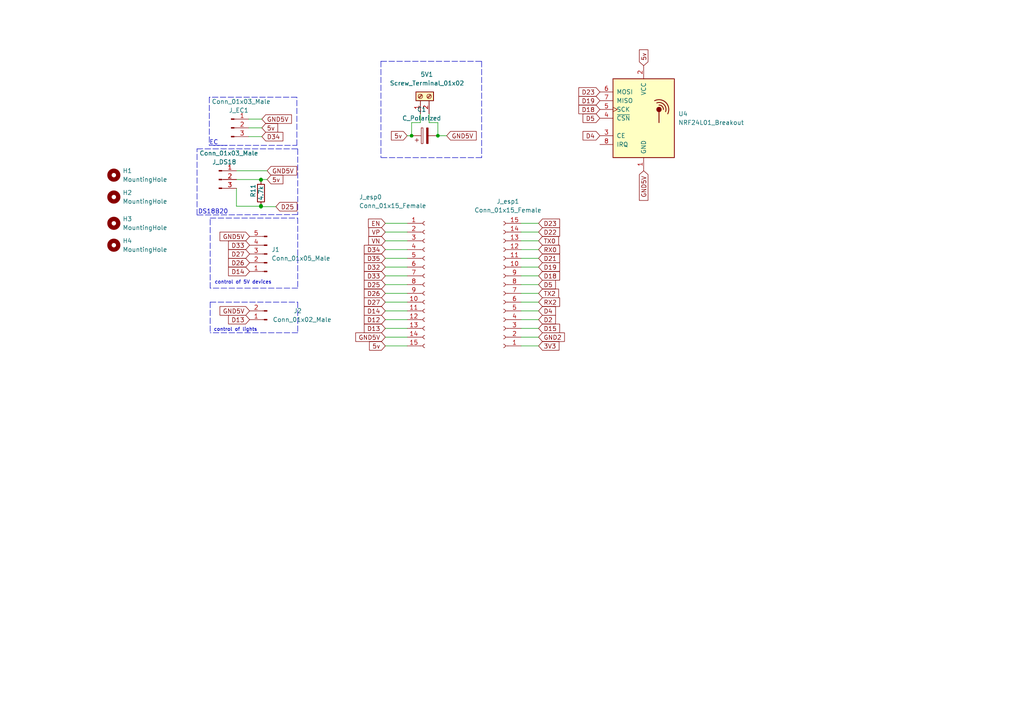
<source format=kicad_sch>
(kicad_sch (version 20211123) (generator eeschema)
  (paper "A4")
  (lib_symbols
    (symbol "Connector:Conn_01x02_Male" (pin_names (offset 1.016) hide)
      (property "Reference" "J" (at 0 2.54 0))
      (property "Value" "Conn_01x02_Male" (at 0 -5.08 0))
      (symbol "Conn_01x02_Male_1_1"
        (polyline (pts (xy 1.27 -2.54) (xy 0.8636 -2.54)) (stroke (width 0.1524)))
        (polyline (pts (xy 1.27 0) (xy 0.8636 0)) (stroke (width 0.1524)))
        (rectangle (start 0.8636 -2.413) (end 0 -2.667) (stroke (width 0.1524)) (fill (type outline)))
        (rectangle (start 0.8636 0.127) (end 0 -0.127) (stroke (width 0.1524)) (fill (type outline)))
        (pin passive line (at 5.08 0 180) (length 3.81) (name "Pin_1") (number "1"))
        (pin passive line (at 5.08 -2.54 180) (length 3.81) (name "Pin_2") (number "2"))
      )
    )
    (symbol "Connector:Conn_01x03_Male" (pin_names (offset 1.016) hide)
      (property "Reference" "J" (at 0 5.08 0))
      (property "Value" "Conn_01x03_Male" (at 0 -5.08 0))
      (symbol "Conn_01x03_Male_1_1"
        (polyline (pts (xy 1.27 -2.54) (xy 0.8636 -2.54)) (stroke (width 0.1524)))
        (polyline (pts (xy 1.27 0) (xy 0.8636 0)) (stroke (width 0.1524)))
        (polyline (pts (xy 1.27 2.54) (xy 0.8636 2.54)) (stroke (width 0.1524)))
        (rectangle (start 0.8636 -2.413) (end 0 -2.667) (stroke (width 0.1524)) (fill (type outline)))
        (rectangle (start 0.8636 0.127) (end 0 -0.127) (stroke (width 0.1524)) (fill (type outline)))
        (rectangle (start 0.8636 2.667) (end 0 2.413) (stroke (width 0.1524)) (fill (type outline)))
        (pin passive line (at 5.08 2.54 180) (length 3.81) (name "Pin_1") (number "1"))
        (pin passive line (at 5.08 0 180) (length 3.81) (name "Pin_2") (number "2"))
        (pin passive line (at 5.08 -2.54 180) (length 3.81) (name "Pin_3") (number "3"))
      )
    )
    (symbol "Connector:Conn_01x05_Male" (pin_names (offset 1.016) hide)
      (property "Reference" "J" (at 0 7.62 0))
      (property "Value" "Conn_01x05_Male" (at 0 -7.62 0))
      (symbol "Conn_01x05_Male_1_1"
        (polyline (pts (xy 1.27 -5.08) (xy 0.8636 -5.08)) (stroke (width 0.1524)))
        (polyline (pts (xy 1.27 -2.54) (xy 0.8636 -2.54)) (stroke (width 0.1524)))
        (polyline (pts (xy 1.27 0) (xy 0.8636 0)) (stroke (width 0.1524)))
        (polyline (pts (xy 1.27 2.54) (xy 0.8636 2.54)) (stroke (width 0.1524)))
        (polyline (pts (xy 1.27 5.08) (xy 0.8636 5.08)) (stroke (width 0.1524)))
        (rectangle (start 0.8636 -4.953) (end 0 -5.207) (stroke (width 0.1524)) (fill (type outline)))
        (rectangle (start 0.8636 -2.413) (end 0 -2.667) (stroke (width 0.1524)) (fill (type outline)))
        (rectangle (start 0.8636 0.127) (end 0 -0.127) (stroke (width 0.1524)) (fill (type outline)))
        (rectangle (start 0.8636 2.667) (end 0 2.413) (stroke (width 0.1524)) (fill (type outline)))
        (rectangle (start 0.8636 5.207) (end 0 4.953) (stroke (width 0.1524)) (fill (type outline)))
        (pin passive line (at 5.08 5.08 180) (length 3.81) (name "Pin_1") (number "1"))
        (pin passive line (at 5.08 2.54 180) (length 3.81) (name "Pin_2") (number "2"))
        (pin passive line (at 5.08 0 180) (length 3.81) (name "Pin_3") (number "3"))
        (pin passive line (at 5.08 -2.54 180) (length 3.81) (name "Pin_4") (number "4"))
        (pin passive line (at 5.08 -5.08 180) (length 3.81) (name "Pin_5") (number "5"))
      )
    )
    (symbol "Connector:Conn_01x15_Female" (pin_names (offset 1.016) hide)
      (property "Reference" "J" (at 0 20.32 0))
      (property "Value" "Conn_01x15_Female" (at 0 -20.32 0))
      (symbol "Conn_01x15_Female_1_1"
        (arc (start 0 -17.272) (mid -0.508 -17.78) (end 0 -18.288) (stroke (width 0.1524)))
        (arc (start 0 -14.732) (mid -0.508 -15.24) (end 0 -15.748) (stroke (width 0.1524)))
        (arc (start 0 -12.192) (mid -0.508 -12.7) (end 0 -13.208) (stroke (width 0.1524)))
        (arc (start 0 -9.652) (mid -0.508 -10.16) (end 0 -10.668) (stroke (width 0.1524)))
        (arc (start 0 -7.112) (mid -0.508 -7.62) (end 0 -8.128) (stroke (width 0.1524)))
        (arc (start 0 -4.572) (mid -0.508 -5.08) (end 0 -5.588) (stroke (width 0.1524)))
        (arc (start 0 -2.032) (mid -0.508 -2.54) (end 0 -3.048) (stroke (width 0.1524)))
        (polyline (pts (xy -1.27 -17.78) (xy -0.508 -17.78)) (stroke (width 0.1524)))
        (polyline (pts (xy -1.27 -15.24) (xy -0.508 -15.24)) (stroke (width 0.1524)))
        (polyline (pts (xy -1.27 -12.7) (xy -0.508 -12.7)) (stroke (width 0.1524)))
        (polyline (pts (xy -1.27 -10.16) (xy -0.508 -10.16)) (stroke (width 0.1524)))
        (polyline (pts (xy -1.27 -7.62) (xy -0.508 -7.62)) (stroke (width 0.1524)))
        (polyline (pts (xy -1.27 -5.08) (xy -0.508 -5.08)) (stroke (width 0.1524)))
        (polyline (pts (xy -1.27 -2.54) (xy -0.508 -2.54)) (stroke (width 0.1524)))
        (polyline (pts (xy -1.27 0) (xy -0.508 0)) (stroke (width 0.1524)))
        (polyline (pts (xy -1.27 2.54) (xy -0.508 2.54)) (stroke (width 0.1524)))
        (polyline (pts (xy -1.27 5.08) (xy -0.508 5.08)) (stroke (width 0.1524)))
        (polyline (pts (xy -1.27 7.62) (xy -0.508 7.62)) (stroke (width 0.1524)))
        (polyline (pts (xy -1.27 10.16) (xy -0.508 10.16)) (stroke (width 0.1524)))
        (polyline (pts (xy -1.27 12.7) (xy -0.508 12.7)) (stroke (width 0.1524)))
        (polyline (pts (xy -1.27 15.24) (xy -0.508 15.24)) (stroke (width 0.1524)))
        (polyline (pts (xy -1.27 17.78) (xy -0.508 17.78)) (stroke (width 0.1524)))
        (arc (start 0 0.508) (mid -0.508 0) (end 0 -0.508) (stroke (width 0.1524)))
        (arc (start 0 3.048) (mid -0.508 2.54) (end 0 2.032) (stroke (width 0.1524)))
        (arc (start 0 5.588) (mid -0.508 5.08) (end 0 4.572) (stroke (width 0.1524)))
        (arc (start 0 8.128) (mid -0.508 7.62) (end 0 7.112) (stroke (width 0.1524)))
        (arc (start 0 10.668) (mid -0.508 10.16) (end 0 9.652) (stroke (width 0.1524)))
        (arc (start 0 13.208) (mid -0.508 12.7) (end 0 12.192) (stroke (width 0.1524)))
        (arc (start 0 15.748) (mid -0.508 15.24) (end 0 14.732) (stroke (width 0.1524)))
        (arc (start 0 18.288) (mid -0.508 17.78) (end 0 17.272) (stroke (width 0.1524)))
        (pin passive line (at -5.08 17.78 0) (length 3.81) (name "Pin_1") (number "1"))
        (pin passive line (at -5.08 -5.08 0) (length 3.81) (name "Pin_10") (number "10"))
        (pin passive line (at -5.08 -7.62 0) (length 3.81) (name "Pin_11") (number "11"))
        (pin passive line (at -5.08 -10.16 0) (length 3.81) (name "Pin_12") (number "12"))
        (pin passive line (at -5.08 -12.7 0) (length 3.81) (name "Pin_13") (number "13"))
        (pin passive line (at -5.08 -15.24 0) (length 3.81) (name "Pin_14") (number "14"))
        (pin passive line (at -5.08 -17.78 0) (length 3.81) (name "Pin_15") (number "15"))
        (pin passive line (at -5.08 15.24 0) (length 3.81) (name "Pin_2") (number "2"))
        (pin passive line (at -5.08 12.7 0) (length 3.81) (name "Pin_3") (number "3"))
        (pin passive line (at -5.08 10.16 0) (length 3.81) (name "Pin_4") (number "4"))
        (pin passive line (at -5.08 7.62 0) (length 3.81) (name "Pin_5") (number "5"))
        (pin passive line (at -5.08 5.08 0) (length 3.81) (name "Pin_6") (number "6"))
        (pin passive line (at -5.08 2.54 0) (length 3.81) (name "Pin_7") (number "7"))
        (pin passive line (at -5.08 0 0) (length 3.81) (name "Pin_8") (number "8"))
        (pin passive line (at -5.08 -2.54 0) (length 3.81) (name "Pin_9") (number "9"))
      )
    )
    (symbol "Connector:Screw_Terminal_01x02" (pin_names (offset 1.016) hide)
      (property "Reference" "J" (at 0 2.54 0))
      (property "Value" "Screw_Terminal_01x02" (at 0 -5.08 0))
      (symbol "Screw_Terminal_01x02_1_1"
        (rectangle (start -1.27 1.27) (end 1.27 -3.81) (stroke (width 0.254)) (fill (type background)))
        (circle (center 0 -2.54) (radius 0.635) (stroke (width 0.1524)))
        (polyline (pts (xy -0.5334 -2.2098) (xy 0.3302 -3.048)) (stroke (width 0.1524)))
        (polyline (pts (xy -0.5334 0.3302) (xy 0.3302 -0.508)) (stroke (width 0.1524)))
        (polyline (pts (xy -0.3556 -2.032) (xy 0.508 -2.8702)) (stroke (width 0.1524)))
        (polyline (pts (xy -0.3556 0.508) (xy 0.508 -0.3302)) (stroke (width 0.1524)))
        (circle (center 0 0) (radius 0.635) (stroke (width 0.1524)))
        (pin passive line (at -5.08 0 0) (length 3.81) (name "Pin_1") (number "1"))
        (pin passive line (at -5.08 -2.54 0) (length 3.81) (name "Pin_2") (number "2"))
      )
    )
    (symbol "Device:C_Polarized" (pin_numbers hide) (pin_names (offset 0.254))
      (property "Reference" "C" (at 0.635 2.54 0))
      (property "Value" "C_Polarized" (at 0.635 -2.54 0))
      (symbol "C_Polarized_0_1"
        (rectangle (start -2.286 0.508) (end 2.286 1.016))
        (polyline (pts (xy -1.778 2.286) (xy -0.762 2.286)))
        (polyline (pts (xy -1.27 2.794) (xy -1.27 1.778)))
        (rectangle (start 2.286 -0.508) (end -2.286 -1.016) (fill (type outline)))
      )
      (symbol "C_Polarized_1_1"
        (pin passive line (at 0 3.81 270) (length 2.794) (name "~") (number "1"))
        (pin passive line (at 0 -3.81 90) (length 2.794) (name "~") (number "2"))
      )
    )
    (symbol "Device:R" (pin_numbers hide) (pin_names (offset 0))
      (property "Reference" "R" (at 2.032 0 90))
      (property "Value" "R" (at 0 0 90))
      (symbol "R_0_1"
        (rectangle (start -1.016 -2.54) (end 1.016 2.54) (stroke (width 0.254)))
      )
      (symbol "R_1_1"
        (pin passive line (at 0 3.81 270) (length 1.27) (name "~") (number "1"))
        (pin passive line (at 0 -3.81 90) (length 1.27) (name "~") (number "2"))
      )
    )
    (symbol "Mechanical:MountingHole" (pin_names (offset 1.016))
      (property "Reference" "H" (at 0 5.08 0))
      (property "Value" "MountingHole" (at 0 3.175 0))
      (symbol "MountingHole_0_1"
        (circle (center 0 0) (radius 1.27) (stroke (width 1.27)))
      )
    )
    (symbol "RF:NRF24L01_Breakout" (pin_names (offset 1.016))
      (property "Reference" "U" (at -8.89 12.7 0))
      (property "Value" "NRF24L01_Breakout" (at 3.81 12.7 0))
      (symbol "NRF24L01_Breakout_0_1"
        (rectangle (start -8.89 11.43) (end 8.89 -11.43) (stroke (width 0.254)) (fill (type background)))
        (polyline (pts (xy 4.445 1.905) (xy 4.445 -1.27)) (stroke (width 0.254)))
        (circle (center 4.445 2.54) (radius 0.635) (stroke (width 0.254)) (fill (type outline)))
        (arc (start 5.715 2.54) (mid 5.3521 3.4546) (end 4.445 3.81) (stroke (width 0.254)))
        (arc (start 6.35 1.905) (mid 5.8763 3.9854) (end 3.81 4.445) (stroke (width 0.254)))
        (arc (start 6.985 1.27) (mid 6.453 4.548) (end 3.175 5.08) (stroke (width 0.254)))
      )
      (symbol "NRF24L01_Breakout_1_1"
        (pin power_in line (at 0 -15.24 90) (length 3.81) (name "GND") (number "1"))
        (pin power_in line (at 0 15.24 270) (length 3.81) (name "VCC") (number "2"))
        (pin input line (at -12.7 -5.08 0) (length 3.81) (name "CE") (number "3"))
        (pin input line (at -12.7 0 0) (length 3.81) (name "~{CSN}") (number "4"))
        (pin input clock (at -12.7 2.54 0) (length 3.81) (name "SCK") (number "5"))
        (pin input line (at -12.7 7.62 0) (length 3.81) (name "MOSI") (number "6"))
        (pin output line (at -12.7 5.08 0) (length 3.81) (name "MISO") (number "7"))
        (pin output line (at -12.7 -7.62 0) (length 3.81) (name "IRQ") (number "8"))
      )
    )
  )
  (junction (at 75.692 52.07))
  (junction (at 119.38 39.37))
  (junction (at 75.692 59.944))
  (junction (at 127 39.37))
  (junction (at 75.692 59.817))
  (junction (at 75.692 59.69))
  (junction (at 75.692 52.197))
  (wire (pts (xy 111.76 72.39) (xy 118.11 72.39)))
  (wire (pts (xy 111.76 67.31) (xy 118.11 67.31)))
  (wire (pts (xy 111.76 74.93) (xy 118.11 74.93)))
  (wire (pts (xy 80.01 59.944) (xy 75.692 59.944)))
  (wire (pts (xy 151.13 74.93) (xy 156.21 74.93)))
  (polyline (pts (xy 86.36 43.18) (xy 86.36 62.23)))
  (wire (pts (xy 151.13 95.25) (xy 156.21 95.25)))
  (wire (pts (xy 129.54 39.37) (xy 127 39.37)))
  (polyline (pts (xy 86.106 28.194) (xy 60.706 28.194)))
  (wire (pts (xy 72.136 34.544) (xy 75.946 34.544)))
  (wire (pts (xy 151.13 87.63) (xy 156.21 87.63)))
  (polyline (pts (xy 86.36 63.246) (xy 86.36 83.566)))
  (polyline (pts (xy 139.7 17.78) (xy 139.7 45.72)))
  (polyline (pts (xy 57.15 43.18) (xy 86.36 43.18)))
  (wire (pts (xy 119.38 35.56) (xy 119.38 39.37)))
  (wire (pts (xy 111.76 77.47) (xy 118.11 77.47)))
  (wire (pts (xy 72.136 37.084) (xy 75.946 37.084)))
  (polyline (pts (xy 60.96 87.63) (xy 86.36 87.63)))
  (wire (pts (xy 111.76 82.55) (xy 118.11 82.55)))
  (wire (pts (xy 111.76 85.09) (xy 118.11 85.09)))
  (wire (pts (xy 111.76 64.77) (xy 118.11 64.77)))
  (wire (pts (xy 151.13 80.01) (xy 156.21 80.01)))
  (wire (pts (xy 151.13 77.47) (xy 156.21 77.47)))
  (wire (pts (xy 111.76 97.79) (xy 118.11 97.79)))
  (polyline (pts (xy 57.15 62.357) (xy 57.15 43.18)))
  (wire (pts (xy 151.13 92.71) (xy 156.21 92.71)))
  (polyline (pts (xy 86.36 62.23) (xy 57.15 62.357)))
  (wire (pts (xy 68.58 52.07) (xy 75.692 52.07)))
  (wire (pts (xy 151.13 82.55) (xy 156.21 82.55)))
  (wire (pts (xy 111.76 69.85) (xy 118.11 69.85)))
  (wire (pts (xy 72.136 39.624) (xy 75.946 39.624)))
  (polyline (pts (xy 60.706 28.194) (xy 60.706 42.164)))
  (wire (pts (xy 111.76 100.33) (xy 118.11 100.33)))
  (polyline (pts (xy 86.36 83.566) (xy 60.96 83.566)))
  (wire (pts (xy 75.692 52.07) (xy 77.47 52.07)))
  (wire (pts (xy 75.692 59.436) (xy 75.692 59.69)))
  (wire (pts (xy 151.13 85.09) (xy 156.21 85.09)))
  (wire (pts (xy 68.58 59.817) (xy 75.692 59.817)))
  (wire (pts (xy 151.13 97.79) (xy 156.21 97.79)))
  (wire (pts (xy 151.13 100.33) (xy 156.21 100.33)))
  (polyline (pts (xy 60.706 42.164) (xy 65.786 42.164)))
  (wire (pts (xy 68.58 49.53) (xy 77.47 49.53)))
  (wire (pts (xy 124.46 35.56) (xy 127 35.56)))
  (polyline (pts (xy 60.96 87.63) (xy 60.96 96.52)))
  (wire (pts (xy 111.76 95.25) (xy 118.11 95.25)))
  (wire (pts (xy 121.92 35.56) (xy 119.38 35.56)))
  (wire (pts (xy 111.76 90.17) (xy 118.11 90.17)))
  (wire (pts (xy 111.76 80.01) (xy 118.11 80.01)))
  (wire (pts (xy 151.13 90.17) (xy 156.21 90.17)))
  (wire (pts (xy 75.692 52.197) (xy 75.692 52.07)))
  (polyline (pts (xy 86.106 42.164) (xy 86.106 28.194)))
  (wire (pts (xy 151.13 64.77) (xy 156.21 64.77)))
  (wire (pts (xy 127 35.56) (xy 127 39.37)))
  (polyline (pts (xy 60.96 83.566) (xy 60.96 63.246)))
  (wire (pts (xy 151.13 69.85) (xy 156.21 69.85)))
  (wire (pts (xy 75.692 59.944) (xy 75.692 59.817)))
  (wire (pts (xy 111.76 92.71) (xy 118.11 92.71)))
  (polyline (pts (xy 110.49 17.78) (xy 139.7 17.78)))
  (wire (pts (xy 118.11 39.37) (xy 119.38 39.37)))
  (wire (pts (xy 121.92 33.02) (xy 121.92 35.56)))
  (polyline (pts (xy 61.976 42.164) (xy 86.106 42.164)))
  (polyline (pts (xy 86.36 87.63) (xy 86.36 96.52)))
  (wire (pts (xy 111.76 87.63) (xy 118.11 87.63)))
  (wire (pts (xy 151.13 67.31) (xy 156.21 67.31)))
  (polyline (pts (xy 110.49 17.78) (xy 110.49 45.72)))
  (wire (pts (xy 75.692 59.817) (xy 75.692 59.69)))
  (wire (pts (xy 124.46 33.02) (xy 124.46 35.56)))
  (polyline (pts (xy 86.36 96.52) (xy 60.96 96.52)))
  (polyline (pts (xy 139.7 45.72) (xy 110.49 45.72)))
  (wire (pts (xy 151.13 72.39) (xy 156.21 72.39)))
  (wire (pts (xy 68.58 54.61) (xy 68.58 59.817)))
  (polyline (pts (xy 60.96 63.246) (xy 86.36 63.246)))
  (text "EC" (at 60.706 42.164 0) (effects (font (size 1.27 1.27)) (justify left bottom)))
  (text "control of 5V devices " (at 62.23 82.55 0) (effects (font (size 1 1)) (justify left bottom)))
  (text "control of lights" (at 61.976 96.266 0) (effects (font (size 1 1)) (justify left bottom)))
  (text "DS18B20" (at 57.404 62.23 0) (effects (font (size 1.27 1.27)) (justify left bottom)))
  (global_label "D13" (shape input) (at 72.39 92.71 180) (property "Intersheet References" "${INTERSHEET_REFS}" (effects hide)))
  (global_label "5v" (shape input) (at 111.76 100.33 180) (property "Intersheet References" "${INTERSHEET_REFS}" (effects hide)))
  (global_label "D18" (shape input) (at 156.21 80.01 0) (property "Intersheet References" "${INTERSHEET_REFS}" (effects hide)))
  (global_label "D5" (shape input) (at 173.99 34.29 180) (property "Intersheet References" "${INTERSHEET_REFS}" (effects hide)))
  (global_label "GND5V" (shape input) (at 186.69 49.53 270) (property "Intersheet References" "${INTERSHEET_REFS}" (effects hide)))
  (global_label "RX2" (shape input) (at 156.21 87.63 0) (property "Intersheet References" "${INTERSHEET_REFS}" (effects hide)))
  (global_label "GND2" (shape input) (at 156.21 97.79 0) (property "Intersheet References" "${INTERSHEET_REFS}" (effects hide)))
  (global_label "5v" (shape input) (at 118.11 39.37 180) (property "Intersheet References" "${INTERSHEET_REFS}" (effects hide)))
  (global_label "D13" (shape input) (at 111.76 95.25 180) (property "Intersheet References" "${INTERSHEET_REFS}" (effects hide)))
  (global_label "TX2" (shape input) (at 156.21 85.09 0) (property "Intersheet References" "${INTERSHEET_REFS}" (effects hide)))
  (global_label "GND5V" (shape input) (at 72.39 90.17 180) (property "Intersheet References" "${INTERSHEET_REFS}" (effects hide)))
  (global_label "D34" (shape input) (at 111.76 72.39 180) (property "Intersheet References" "${INTERSHEET_REFS}" (effects hide)))
  (global_label "GND5V" (shape input) (at 72.39 68.58 180) (property "Intersheet References" "${INTERSHEET_REFS}" (effects hide)))
  (global_label "D27" (shape input) (at 111.76 87.63 180) (property "Intersheet References" "${INTERSHEET_REFS}" (effects hide)))
  (global_label "EN" (shape input) (at 111.76 64.77 180) (property "Intersheet References" "${INTERSHEET_REFS}" (effects hide)))
  (global_label "D18" (shape input) (at 173.99 31.75 180) (property "Intersheet References" "${INTERSHEET_REFS}" (effects hide)))
  (global_label "D26" (shape input) (at 72.39 76.2 180) (property "Intersheet References" "${INTERSHEET_REFS}" (effects hide)))
  (global_label "D19" (shape input) (at 173.99 29.21 180) (property "Intersheet References" "${INTERSHEET_REFS}" (effects hide)))
  (global_label "D22" (shape input) (at 156.21 67.31 0) (property "Intersheet References" "${INTERSHEET_REFS}" (effects hide)))
  (global_label "D14" (shape input) (at 111.76 90.17 180) (property "Intersheet References" "${INTERSHEET_REFS}" (effects hide)))
  (global_label "D25" (shape input) (at 80.01 59.944 0) (property "Intersheet References" "${INTERSHEET_REFS}" (effects hide)))
  (global_label "D33" (shape input) (at 72.39 71.12 180) (property "Intersheet References" "${INTERSHEET_REFS}" (effects hide)))
  (global_label "D21" (shape input) (at 156.21 74.93 0) (property "Intersheet References" "${INTERSHEET_REFS}" (effects hide)))
  (global_label "VN" (shape input) (at 111.76 69.85 180) (property "Intersheet References" "${INTERSHEET_REFS}" (effects hide)))
  (global_label "D12" (shape input) (at 111.76 92.71 180) (property "Intersheet References" "${INTERSHEET_REFS}" (effects hide)))
  (global_label "GND5V" (shape input) (at 111.76 97.79 180) (property "Intersheet References" "${INTERSHEET_REFS}" (effects hide)))
  (global_label "D2" (shape input) (at 156.21 92.71 0) (property "Intersheet References" "${INTERSHEET_REFS}" (effects hide)))
  (global_label "3V3" (shape input) (at 156.21 100.33 0) (property "Intersheet References" "${INTERSHEET_REFS}" (effects hide)))
  (global_label "D35" (shape input) (at 111.76 74.93 180) (property "Intersheet References" "${INTERSHEET_REFS}" (effects hide)))
  (global_label "D14" (shape input) (at 72.39 78.74 180) (property "Intersheet References" "${INTERSHEET_REFS}" (effects hide)))
  (global_label "D33" (shape input) (at 111.76 80.01 180) (property "Intersheet References" "${INTERSHEET_REFS}" (effects hide)))
  (global_label "D23" (shape input) (at 156.21 64.77 0) (property "Intersheet References" "${INTERSHEET_REFS}" (effects hide)))
  (global_label "D34" (shape input) (at 75.946 39.624 0) (property "Intersheet References" "${INTERSHEET_REFS}" (effects hide)))
  (global_label "D4" (shape input) (at 156.21 90.17 0) (property "Intersheet References" "${INTERSHEET_REFS}" (effects hide)))
  (global_label "D27" (shape input) (at 72.39 73.66 180) (property "Intersheet References" "${INTERSHEET_REFS}" (effects hide)))
  (global_label "5v" (shape input) (at 75.946 37.084 0) (property "Intersheet References" "${INTERSHEET_REFS}" (effects hide)))
  (global_label "D4" (shape input) (at 173.99 39.37 180) (property "Intersheet References" "${INTERSHEET_REFS}" (effects hide)))
  (global_label "D25" (shape input) (at 111.76 82.55 180) (property "Intersheet References" "${INTERSHEET_REFS}" (effects hide)))
  (global_label "RX0" (shape input) (at 156.21 72.39 0) (property "Intersheet References" "${INTERSHEET_REFS}" (effects hide)))
  (global_label "GND5V" (shape input) (at 129.54 39.37 0) (property "Intersheet References" "${INTERSHEET_REFS}" (effects hide)))
  (global_label "TX0" (shape input) (at 156.21 69.85 0) (property "Intersheet References" "${INTERSHEET_REFS}" (effects hide)))
  (global_label "GND5V" (shape input) (at 77.47 49.53 0) (property "Intersheet References" "${INTERSHEET_REFS}" (effects hide)))
  (global_label "D23" (shape input) (at 173.99 26.67 180) (property "Intersheet References" "${INTERSHEET_REFS}" (effects hide)))
  (global_label "D32" (shape input) (at 111.76 77.47 180) (property "Intersheet References" "${INTERSHEET_REFS}" (effects hide)))
  (global_label "GND5V" (shape input) (at 75.946 34.544 0) (property "Intersheet References" "${INTERSHEET_REFS}" (effects hide)))
  (global_label "D26" (shape input) (at 111.76 85.09 180) (property "Intersheet References" "${INTERSHEET_REFS}" (effects hide)))
  (global_label "D15" (shape input) (at 156.21 95.25 0) (property "Intersheet References" "${INTERSHEET_REFS}" (effects hide)))
  (global_label "5v" (shape input) (at 77.47 52.07 0) (property "Intersheet References" "${INTERSHEET_REFS}" (effects hide)))
  (global_label "D19" (shape input) (at 156.21 77.47 0) (property "Intersheet References" "${INTERSHEET_REFS}" (effects hide)))
  (global_label "5v" (shape input) (at 186.69 19.05 90) (property "Intersheet References" "${INTERSHEET_REFS}" (effects hide)))
  (global_label "D5" (shape input) (at 156.21 82.55 0) (property "Intersheet References" "${INTERSHEET_REFS}" (effects hide)))
  (global_label "VP" (shape input) (at 111.76 67.31 180) (property "Intersheet References" "${INTERSHEET_REFS}" (effects hide)))
  (symbol (lib_id "Connector:Conn_01x05_Male") (at 77.47 73.66 180) (unit 1)
    (property "Reference" "J1" (at 78.74 72.3899 0) (effects (justify right)))
    (property "Value" "Conn_01x05_Male" (at 78.74 74.9299 0) (effects (justify right)))
    (property "Footprint" "Connector_JST:JST_EH_B5B-EH-A_1x05_P2.50mm_Vertical" (effects hide))
  )
  (symbol (lib_id "Connector:Conn_01x03_Male") (at 67.056 37.084 0) (unit 1)
    (property "Reference" "J_EC1" (at 72.136 32.004 0) (effects (justify right)))
    (property "Value" "Conn_01x03_Male" (at 78.486 29.464 0) (effects (justify right)))
    (property "Footprint" "Connector_JST:JST_EH_B3B-EH-A_1x03_P2.50mm_Vertical" (effects hide))
  )
  (symbol (lib_id "Connector:Conn_01x15_Female") (at 123.19 82.55 0) (unit 1)
    (property "Reference" "J_esp0" (at 104.14 57.15 0) (effects (justify left)))
    (property "Value" "Conn_01x15_Female" (at 104.14 59.69 0) (effects (justify left)))
    (property "Footprint" "esp32:Connector_Molex_Molex_SL_171971-0015_1x15_P2.54mm_Vertical_squares" (effects hide))
  )
  (symbol (lib_id "RF:NRF24L01_Breakout") (at 186.69 34.29 0) (unit 1)
    (property "Reference" "U4" (at 196.723 33.0199 0) (effects (justify left)))
    (property "Value" "NRF24L01_Breakout" (at 196.723 35.5599 0) (effects (justify left)))
    (property "Footprint" "RF_Module:nRF24L01_Breakout" (effects hide))
    (property "Datasheet" "http://www.nordicsemi.com/eng/content/download/2730/34105/file/nRF24L01_Product_Specification_v2_0.pdf" (effects hide))
  )
  (symbol (lib_id "Connector:Screw_Terminal_01x02") (at 121.92 27.94 90) (unit 1)
    (property "Reference" "5V1" (at 121.92 21.59 90) (effects (justify right)))
    (property "Value" "Screw_Terminal_01x02" (at 113.03 24.13 90) (effects (justify right)))
    (property "Footprint" "TerminalBlock:TerminalBlock_Altech_AK300-2_P5.00mm" (effects hide))
  )
  (symbol (lib_id "Device:C_Polarized") (at 123.19 39.37 90) (unit 1)
    (property "Reference" "C1" (at 122.301 31.75 90))
    (property "Value" "C_Polarized" (at 122.301 34.29 90))
    (property "Footprint" "Capacitor_THT:CP_Radial_D5.0mm_P2.50mm" (effects hide))
  )
  (symbol (lib_id "Connector:Conn_01x03_Male") (at 63.5 52.07 0) (unit 1)
    (property "Reference" "J_DS18" (at 68.58 46.99 0) (effects (justify right)))
    (property "Value" "Conn_01x03_Male" (at 74.93 44.45 0) (effects (justify right)))
    (property "Footprint" "Connector_JST:JST_EH_B3B-EH-A_1x03_P2.50mm_Vertical" (effects hide))
  )
  (symbol (lib_id "Mechanical:MountingHole") (at 33.02 57.15 0) (unit 1)
    (property "Reference" "H2" (at 35.56 55.8799 0) (effects (justify left)))
    (property "Value" "MountingHole" (at 35.56 58.4199 0) (effects (justify left)))
    (property "Footprint" "MountingHole:MountingHole_2.7mm_M2.5_Pad" (effects hide))
  )
  (symbol (lib_id "Connector:Conn_01x15_Female") (at 146.05 82.55 180) (unit 1)
    (property "Reference" "J_esp1" (at 147.32 58.42 0))
    (property "Value" "Conn_01x15_Female" (at 147.32 60.96 0))
    (property "Footprint" "esp32:Connector_Molex_Molex_SL_171971-0015_1x15_P2.54mm_Vertical_squares" (effects hide))
  )
  (symbol (lib_id "Mechanical:MountingHole") (at 33.02 71.12 0) (unit 1)
    (property "Reference" "H4" (at 35.56 69.8499 0) (effects (justify left)))
    (property "Value" "MountingHole" (at 35.56 72.3899 0) (effects (justify left)))
    (property "Footprint" "MountingHole:MountingHole_2.7mm_M2.5_Pad" (effects hide))
  )
  (symbol (lib_id "Connector:Conn_01x02_Male") (at 77.47 92.71 180) (unit 1)
    (property "Reference" "J2" (at 86.36 90.17 0))
    (property "Value" "Conn_01x02_Male" (at 87.63 92.71 0))
    (property "Footprint" "Connector_JST:JST_EH_B2B-EH-A_1x02_P2.50mm_Vertical" (effects hide))
  )
  (symbol (lib_id "Mechanical:MountingHole") (at 33.02 64.77 0) (unit 1)
    (property "Reference" "H3" (at 35.56 63.4999 0) (effects (justify left)))
    (property "Value" "MountingHole" (at 35.56 66.0399 0) (effects (justify left)))
    (property "Footprint" "MountingHole:MountingHole_2.7mm_M2.5_Pad" (effects hide))
  )
  (symbol (lib_id "Mechanical:MountingHole") (at 33.02 50.8 0) (unit 1)
    (property "Reference" "H1" (at 35.56 49.5299 0) (effects (justify left)))
    (property "Value" "MountingHole" (at 35.56 52.0699 0) (effects (justify left)))
    (property "Footprint" "MountingHole:MountingHole_2.7mm_M2.5_Pad" (effects hide))
  )
  (symbol (lib_id "Device:R") (at 75.692 56.007 0) (unit 1)
    (property "Reference" "R11" (at 73.406 57.277 90) (effects (justify left)))
    (property "Value" "4.7k" (at 75.692 58.166 90) (effects (justify left)))
    (property "Footprint" "Resistor_THT:R_Axial_DIN0204_L3.6mm_D1.6mm_P2.54mm_Vertical" (effects hide))
  )
)
</source>
